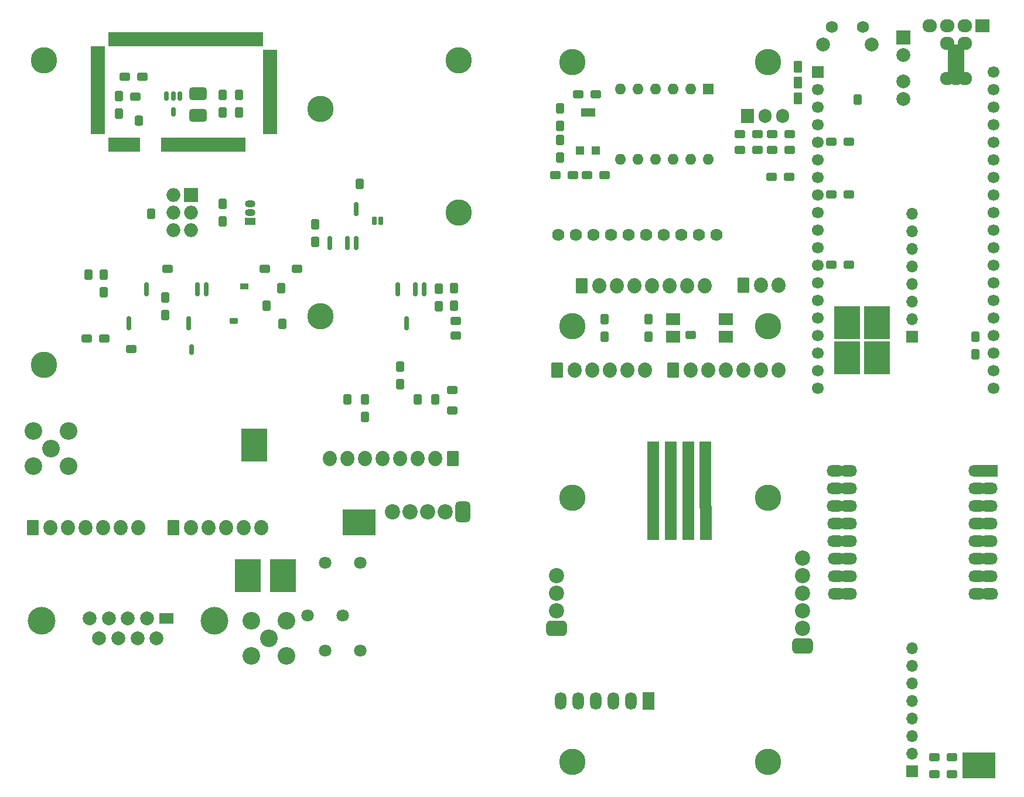
<source format=gbr>
%TF.GenerationSoftware,KiCad,Pcbnew,7.0.1*%
%TF.CreationDate,2023-03-16T09:25:58+01:00*%
%TF.ProjectId,Muons_SIPM_V2,4d756f6e-735f-4534-9950-4d5f56322e6b,rev?*%
%TF.SameCoordinates,PXc54b534PY8c10c98*%
%TF.FileFunction,Soldermask,Top*%
%TF.FilePolarity,Negative*%
%FSLAX46Y46*%
G04 Gerber Fmt 4.6, Leading zero omitted, Abs format (unit mm)*
G04 Created by KiCad (PCBNEW 7.0.1) date 2023-03-16 09:25:58*
%MOMM*%
%LPD*%
G01*
G04 APERTURE LIST*
G04 Aperture macros list*
%AMRoundRect*
0 Rectangle with rounded corners*
0 $1 Rounding radius*
0 $2 $3 $4 $5 $6 $7 $8 $9 X,Y pos of 4 corners*
0 Add a 4 corners polygon primitive as box body*
4,1,4,$2,$3,$4,$5,$6,$7,$8,$9,$2,$3,0*
0 Add four circle primitives for the rounded corners*
1,1,$1+$1,$2,$3*
1,1,$1+$1,$4,$5*
1,1,$1+$1,$6,$7*
1,1,$1+$1,$8,$9*
0 Add four rect primitives between the rounded corners*
20,1,$1+$1,$2,$3,$4,$5,0*
20,1,$1+$1,$4,$5,$6,$7,0*
20,1,$1+$1,$6,$7,$8,$9,0*
20,1,$1+$1,$8,$9,$2,$3,0*%
%AMOutline5P*
0 Free polygon, 5 corners , with rotation*
0 The origin of the aperture is its center*
0 number of corners: always 5*
0 $1 to $10 corner X, Y*
0 $11 Rotation angle, in degrees counterclockwise*
0 create outline with 5 corners*
4,1,5,$1,$2,$3,$4,$5,$6,$7,$8,$9,$10,$1,$2,$11*%
%AMOutline6P*
0 Free polygon, 6 corners , with rotation*
0 The origin of the aperture is its center*
0 number of corners: always 6*
0 $1 to $12 corner X, Y*
0 $13 Rotation angle, in degrees counterclockwise*
0 create outline with 6 corners*
4,1,6,$1,$2,$3,$4,$5,$6,$7,$8,$9,$10,$11,$12,$1,$2,$13*%
%AMOutline7P*
0 Free polygon, 7 corners , with rotation*
0 The origin of the aperture is its center*
0 number of corners: always 7*
0 $1 to $14 corner X, Y*
0 $15 Rotation angle, in degrees counterclockwise*
0 create outline with 7 corners*
4,1,7,$1,$2,$3,$4,$5,$6,$7,$8,$9,$10,$11,$12,$13,$14,$1,$2,$15*%
%AMOutline8P*
0 Free polygon, 8 corners , with rotation*
0 The origin of the aperture is its center*
0 number of corners: always 8*
0 $1 to $16 corner X, Y*
0 $17 Rotation angle, in degrees counterclockwise*
0 create outline with 8 corners*
4,1,8,$1,$2,$3,$4,$5,$6,$7,$8,$9,$10,$11,$12,$13,$14,$15,$16,$1,$2,$17*%
G04 Aperture macros list end*
%ADD10C,0.762000*%
%ADD11C,2.600000*%
%ADD12C,3.800000*%
%ADD13R,2.000000X2.000000*%
%ADD14O,2.000000X2.000000*%
%ADD15RoundRect,0.255319X0.344681X0.627681X-0.344681X0.627681X-0.344681X-0.627681X0.344681X-0.627681X0*%
%ADD16C,4.000000*%
%ADD17R,2.000000X1.600000*%
%ADD18C,2.000000*%
%ADD19C,2.552700*%
%ADD20R,4.750000X3.700000*%
%ADD21R,3.700000X4.750000*%
%ADD22RoundRect,0.255319X-0.494681X0.344681X-0.494681X-0.344681X0.494681X-0.344681X0.494681X0.344681X0*%
%ADD23R,2.008000X12.700000*%
%ADD24R,22.352000X2.008000*%
%ADD25R,4.572000X2.032000*%
%ADD26R,12.192000X2.032000*%
%ADD27R,2.008000X12.192000*%
%ADD28R,2.000000X1.780000*%
%ADD29RoundRect,0.255319X0.494681X-0.344681X0.494681X0.344681X-0.494681X0.344681X-0.494681X-0.344681X0*%
%ADD30R,1.300000X1.300000*%
%ADD31R,2.000000X1.300000*%
%ADD32R,1.500000X1.050000*%
%ADD33O,1.500000X1.050000*%
%ADD34RoundRect,0.255319X-0.344681X-0.494681X0.344681X-0.494681X0.344681X0.494681X-0.344681X0.494681X0*%
%ADD35RoundRect,0.255319X0.344681X0.494681X-0.344681X0.494681X-0.344681X-0.494681X0.344681X-0.494681X0*%
%ADD36RoundRect,0.250000X-0.620000X-0.845000X0.620000X-0.845000X0.620000X0.845000X-0.620000X0.845000X0*%
%ADD37O,2.000000X2.190000*%
%ADD38R,1.600000X1.600000*%
%ADD39O,1.600000X1.600000*%
%ADD40O,2.540000X1.665000*%
%ADD41R,2.540000X1.665000*%
%ADD42C,1.800000*%
%ADD43RoundRect,0.550000X-0.550000X0.950000X-0.550000X-0.950000X0.550000X-0.950000X0.550000X0.950000X0*%
%ADD44C,2.200000*%
%ADD45R,1.789800X9.686800*%
%ADD46R,1.700000X5.000000*%
%ADD47R,1.700000X9.712200*%
%ADD48R,1.662800X9.712200*%
%ADD49RoundRect,0.250000X0.620000X0.845000X-0.620000X0.845000X-0.620000X-0.845000X0.620000X-0.845000X0*%
%ADD50C,1.780000*%
%ADD51R,1.700000X1.700000*%
%ADD52C,1.700000*%
%ADD53RoundRect,0.550000X0.950000X0.550000X-0.950000X0.550000X-0.950000X-0.550000X0.950000X-0.550000X0*%
%ADD54O,1.700000X1.700000*%
%ADD55R,1.905000X2.000000*%
%ADD56O,1.905000X2.000000*%
%ADD57C,1.750000*%
%ADD58R,1.200000X0.900000*%
%ADD59RoundRect,0.250000X0.337500X0.475000X-0.337500X0.475000X-0.337500X-0.475000X0.337500X-0.475000X0*%
%ADD60RoundRect,0.150000X-0.150000X0.825000X-0.150000X-0.825000X0.150000X-0.825000X0.150000X0.825000X0*%
%ADD61RoundRect,0.225000X0.375000X-0.225000X0.375000X0.225000X-0.375000X0.225000X-0.375000X-0.225000X0*%
%ADD62RoundRect,0.090000X-0.210000X0.520000X-0.210000X-0.520000X0.210000X-0.520000X0.210000X0.520000X0*%
%ADD63R,1.665000X2.540000*%
%ADD64O,1.665000X2.540000*%
%ADD65RoundRect,0.150000X0.150000X-0.825000X0.150000X0.825000X-0.150000X0.825000X-0.150000X-0.825000X0*%
%ADD66R,2.100000X1.900000*%
%ADD67O,2.100000X1.900000*%
%ADD68Outline8P,-2.821000X0.711000X-2.347000X1.185000X2.347000X1.185000X2.821000X0.711000X2.821000X-0.711000X2.347000X-1.185000X-2.347000X-1.185000X-2.821000X-0.711000X270.000000*%
%ADD69RoundRect,0.346154X0.903846X-0.553846X0.903846X0.553846X-0.903846X0.553846X-0.903846X-0.553846X0*%
%ADD70RoundRect,0.150000X-0.150000X0.587500X-0.150000X-0.587500X0.150000X-0.587500X0.150000X0.587500X0*%
%ADD71RoundRect,0.150000X0.150000X-0.512500X0.150000X0.512500X-0.150000X0.512500X-0.150000X-0.512500X0*%
G04 APERTURE END LIST*
D10*
X-121777204Y81263200D02*
G75*
G03*
X-121777204Y81263200I-381000J0D01*
G01*
X-121777204Y83803200D02*
G75*
G03*
X-121777204Y83803200I-381000J0D01*
G01*
X-124317204Y86343200D02*
G75*
G03*
X-124317204Y86343200I-381000J0D01*
G01*
X-121777204Y86343200D02*
G75*
G03*
X-121777204Y86343200I-381000J0D01*
G01*
X-124317204Y83803200D02*
G75*
G03*
X-124317204Y83803200I-381000J0D01*
G01*
X-124317204Y81263200D02*
G75*
G03*
X-124317204Y81263200I-381000J0D01*
G01*
D11*
%TO.C,H3*%
X-103429404Y68801200D03*
D12*
X-103429404Y68801200D03*
%TD*%
D13*
%TO.C,J1*%
X-122168204Y86333200D03*
D14*
X-124708204Y86333200D03*
X-122168204Y83793200D03*
X-124708204Y83793200D03*
X-122168204Y81253200D03*
X-124708204Y81253200D03*
%TD*%
D15*
%TO.C,R33*%
X-34417000Y100322275D03*
X-34417000Y102596275D03*
%TD*%
D16*
%TO.C,J3*%
X-118765204Y24817000D03*
D17*
X-125725204Y25117000D03*
D18*
X-128495204Y25117000D03*
X-131265204Y25117000D03*
X-134035204Y25117000D03*
X-136805204Y25117000D03*
X-127110204Y22277000D03*
X-129880204Y22277000D03*
X-132650204Y22277000D03*
X-135420204Y22277000D03*
D16*
X-143765204Y24817000D03*
%TD*%
D11*
%TO.C,H8*%
X-67000000Y67405275D03*
D12*
X-67000000Y67405275D03*
%TD*%
D19*
%TO.C,J2*%
X-142405404Y49638200D03*
X-144945404Y52178200D03*
X-139865404Y52178200D03*
X-144945404Y47098200D03*
X-139865404Y47098200D03*
%TD*%
D20*
%TO.C,TP8*%
X-8237000Y3914475D03*
%TD*%
D11*
%TO.C,H12*%
X-67000000Y4405275D03*
D12*
X-67000000Y4405275D03*
%TD*%
D21*
%TO.C,Cn1*%
X-112990004Y50146200D03*
%TD*%
D11*
%TO.C,H7*%
X-67000000Y105538275D03*
D12*
X-67000000Y105538275D03*
%TD*%
D22*
%TO.C,R29*%
X-66929000Y89249275D03*
X-69469000Y89249275D03*
%TD*%
D23*
%TO.C,B1*%
X-135584004Y101454200D03*
D24*
X-122896004Y108832200D03*
D25*
X-131786004Y93580200D03*
D26*
X-120356004Y93580200D03*
D27*
X-110716004Y101200200D03*
%TD*%
D11*
%TO.C,H4*%
X-103429404Y98801200D03*
D12*
X-103429404Y98801200D03*
%TD*%
D28*
%TO.C,U11*%
X-52451000Y68421275D03*
X-52451000Y65881275D03*
X-44831000Y65881275D03*
X-44831000Y68421275D03*
%TD*%
D22*
%TO.C,C26*%
X-35687001Y88995275D03*
D29*
X-38227001Y88995275D03*
%TD*%
D30*
%TO.C,RV4*%
X-65920000Y92805275D03*
D31*
X-64770000Y98305275D03*
D30*
X-63620000Y92805275D03*
%TD*%
D32*
%TO.C,U5*%
X-113572004Y82502200D03*
D33*
X-113572004Y83772200D03*
X-113572004Y85042200D03*
%TD*%
D29*
%TO.C,R36*%
X-27051000Y86455275D03*
D22*
X-29591000Y86455275D03*
%TD*%
D29*
%TO.C,C21*%
X-40294000Y92852275D03*
X-42834000Y92852275D03*
%TD*%
D20*
%TO.C,TP3*%
X-97839804Y39032800D03*
%TD*%
D34*
%TO.C,R32*%
X-56007000Y65881275D03*
D35*
X-56007000Y68421275D03*
%TD*%
D36*
%TO.C,J6*%
X-124715204Y38279000D03*
D37*
X-122175204Y38279000D03*
X-119635204Y38279000D03*
X-117095204Y38279000D03*
X-114555204Y38279000D03*
X-112015204Y38279000D03*
%TD*%
D11*
%TO.C,H6*%
X-83429404Y105801200D03*
D12*
X-83429404Y105801200D03*
%TD*%
D38*
%TO.C,U9*%
X-47371000Y101695275D03*
D39*
X-49911000Y101695275D03*
X-52451000Y101695275D03*
X-54991000Y101695275D03*
X-57531000Y101695275D03*
X-60071000Y101695275D03*
X-60071000Y91535275D03*
X-57531000Y91535275D03*
X-54991000Y91535275D03*
X-52451000Y91535275D03*
X-49911000Y91535275D03*
X-47371000Y91535275D03*
%TD*%
D11*
%TO.C,H2*%
X-83429404Y83801200D03*
D12*
X-83429404Y83801200D03*
%TD*%
D11*
%TO.C,H10*%
X-38735000Y4405275D03*
D12*
X-38735000Y4405275D03*
%TD*%
D22*
%TO.C,C23*%
X-42834000Y95138275D03*
X-40294000Y95138275D03*
%TD*%
D40*
%TO.C,J15*%
X-6763300Y28662275D03*
X-6800800Y31202275D03*
X-6800800Y33742275D03*
X-8540800Y28662275D03*
X-8540800Y31202275D03*
X-8540800Y33742275D03*
X-27120800Y28662275D03*
X-27120800Y31202275D03*
X-27120800Y33742275D03*
X-27120800Y36282275D03*
X-27120800Y38822275D03*
X-27120800Y41362275D03*
X-27120800Y46442275D03*
X-28860800Y28662275D03*
X-28860800Y31202275D03*
X-28860800Y33742275D03*
X-28898300Y36282275D03*
X-28935800Y38822275D03*
X-28973300Y41362275D03*
X-29048300Y46442275D03*
X-27120800Y43902275D03*
X-29010800Y43902275D03*
D41*
X-6800800Y46442275D03*
D40*
X-8540800Y46442275D03*
X-6800800Y36282275D03*
X-8540800Y36282275D03*
X-6800800Y38822275D03*
X-8540800Y38822275D03*
X-6800800Y41362275D03*
X-8540800Y41362275D03*
X-6800800Y43902275D03*
X-8540800Y43902275D03*
%TD*%
D35*
%TO.C,R31*%
X-68834000Y94329274D03*
D34*
X-68834000Y91789274D03*
%TD*%
D15*
%TO.C,R34*%
X-34417000Y102608274D03*
X-34417000Y104882274D03*
%TD*%
D34*
%TO.C,C20*%
X-68834000Y98901276D03*
D35*
X-68834000Y96361276D03*
%TD*%
D42*
%TO.C,RV2*%
X-102744204Y33199000D03*
X-105284204Y25579000D03*
X-102744204Y20499000D03*
%TD*%
D43*
%TO.C,U6*%
X-82853804Y40556800D03*
D44*
X-85393804Y40556800D03*
X-87933804Y40556800D03*
X-90473804Y40556800D03*
X-93013804Y40556800D03*
%TD*%
D36*
%TO.C,J5*%
X-145035204Y38279000D03*
D37*
X-142495204Y38279000D03*
X-139955204Y38279000D03*
X-137415204Y38279000D03*
X-134875204Y38279000D03*
X-132335204Y38279000D03*
X-129795204Y38279000D03*
%TD*%
D42*
%TO.C,RV1*%
X-97664204Y33199000D03*
X-100204204Y25579000D03*
X-97664204Y20499000D03*
%TD*%
D45*
%TO.C,J14*%
X-47778900Y45857875D03*
D46*
X-47734000Y38942475D03*
D47*
X-50274000Y45870575D03*
D46*
X-50274000Y38942475D03*
D48*
X-52795400Y45870575D03*
D46*
X-52814000Y38942475D03*
D48*
X-55335400Y45870575D03*
D46*
X-55354000Y38942475D03*
%TD*%
D11*
%TO.C,H14*%
X-38735000Y105538275D03*
D12*
X-38735000Y105538275D03*
%TD*%
D22*
%TO.C,C24*%
X-38135000Y92852275D03*
X-35595000Y92852275D03*
%TD*%
D19*
%TO.C,J4*%
X-110872204Y22206400D03*
X-108332204Y24746400D03*
X-108332204Y19666400D03*
X-113412204Y24746400D03*
X-113412204Y19666400D03*
%TD*%
D21*
%TO.C,TP7*%
X-27305000Y62833275D03*
%TD*%
%TO.C,TP4*%
X-22987000Y67913275D03*
%TD*%
D11*
%TO.C,H5*%
X-143429404Y105801200D03*
D12*
X-143429404Y105801200D03*
%TD*%
D49*
%TO.C,J7*%
X-84290204Y48263000D03*
D37*
X-86830204Y48263000D03*
X-89370204Y48263000D03*
X-91910204Y48263000D03*
X-94450204Y48263000D03*
X-96990204Y48263000D03*
X-99530204Y48263000D03*
X-102070204Y48263000D03*
%TD*%
D29*
%TO.C,R30*%
X-66167000Y100933275D03*
X-63627000Y100933275D03*
%TD*%
D21*
%TO.C,TP2*%
X-113920204Y31294000D03*
%TD*%
D50*
%TO.C,U10*%
X-69088000Y80613275D03*
X-66548000Y80613275D03*
X-64008000Y80613275D03*
X-61468000Y80613275D03*
X-58928000Y80613275D03*
X-56388000Y80613275D03*
X-53848000Y80613275D03*
X-51308000Y80613275D03*
X-48768000Y80613275D03*
X-46228000Y80613275D03*
%TD*%
D29*
%TO.C,R35*%
X-27051000Y94075275D03*
D22*
X-29591000Y94075275D03*
%TD*%
D29*
%TO.C,C25*%
X-35595000Y95138275D03*
X-38135000Y95138275D03*
%TD*%
D21*
%TO.C,TP5*%
X-27305000Y67913275D03*
%TD*%
D51*
%TO.C,M2*%
X-31531000Y104132275D03*
D52*
X-31531000Y101592275D03*
X-31531000Y99052275D03*
X-31531000Y96512275D03*
X-31531000Y93972275D03*
X-31531000Y91432275D03*
X-31531000Y88892275D03*
X-31531000Y86352275D03*
X-31531000Y83812275D03*
X-31531000Y81272275D03*
X-31531000Y78732275D03*
X-31531000Y76192275D03*
X-31531000Y73652275D03*
X-31531000Y71112275D03*
X-31531000Y68572275D03*
X-31531000Y66032275D03*
X-31531000Y63492275D03*
X-31531000Y60952275D03*
X-31531000Y58412275D03*
X-6131000Y58412275D03*
X-6131000Y60952275D03*
X-6131000Y63492275D03*
X-6131000Y66032275D03*
X-6131000Y68572275D03*
X-6131000Y71112275D03*
X-6131000Y73652275D03*
X-6131000Y76192275D03*
X-6131000Y78732275D03*
X-6131000Y81272275D03*
X-6131000Y83812275D03*
X-6131000Y86352275D03*
X-6131000Y88892275D03*
X-6131000Y91432275D03*
X-6131000Y93972275D03*
X-6131000Y96512275D03*
X-6131000Y99052275D03*
X-6131000Y101592275D03*
X-6131000Y104132275D03*
%TD*%
D11*
%TO.C,H9*%
X-38735000Y67405275D03*
D12*
X-38735000Y67405275D03*
%TD*%
D29*
%TO.C,C19*%
X-64897000Y89249275D03*
X-62357000Y89249275D03*
%TD*%
D21*
%TO.C,TP1*%
X-108840204Y31294000D03*
%TD*%
D29*
%TO.C,R38*%
X-27051000Y76295275D03*
D22*
X-29591000Y76295275D03*
%TD*%
D34*
%TO.C,R37*%
X-8763000Y63341276D03*
D35*
X-8763000Y65881276D03*
%TD*%
D11*
%TO.C,H11*%
X-67000000Y42538275D03*
D12*
X-67000000Y42538275D03*
%TD*%
D11*
%TO.C,H13*%
X-38735000Y42538275D03*
D12*
X-38735000Y42538275D03*
%TD*%
D21*
%TO.C,TP6*%
X-22987000Y62833275D03*
%TD*%
D34*
%TO.C,R28*%
X-62357000Y68421275D03*
D35*
X-62357000Y65881275D03*
%TD*%
D11*
%TO.C,H1*%
X-143429404Y61801200D03*
D12*
X-143429404Y61801200D03*
%TD*%
D53*
%TO.C,M1*%
X-33764000Y21186475D03*
D44*
X-33764000Y23726475D03*
X-33764000Y26266475D03*
X-33764000Y28806475D03*
X-33764000Y31346475D03*
X-33764000Y33886475D03*
X-69324000Y31346475D03*
X-69324000Y28806475D03*
X-69324000Y26266475D03*
D53*
X-69324000Y23726475D03*
%TD*%
D51*
%TO.C,J12*%
X-17889000Y3025475D03*
D54*
X-17889000Y5565475D03*
X-17889000Y8105475D03*
X-17889000Y10645475D03*
X-17889000Y13185475D03*
X-17889000Y15725475D03*
X-17889000Y18265475D03*
X-17889000Y20805475D03*
%TD*%
D22*
%TO.C,R22*%
X-83895569Y65992200D03*
%TD*%
D34*
%TO.C,R25*%
X-97752204Y87903901D03*
%TD*%
D55*
%TO.C,U12*%
X-41732200Y97805275D03*
D56*
X-36652200Y97805275D03*
X-39192200Y97805275D03*
%TD*%
D29*
%TO.C,R8*%
X-125565204Y75644200D03*
%TD*%
%TO.C,R13*%
X-106820004Y75644200D03*
%TD*%
D18*
%TO.C,SW1*%
X-30758004Y108122400D03*
X-23748004Y108122400D03*
D57*
X-29498004Y110612400D03*
X-24998004Y110612400D03*
%TD*%
D34*
%TO.C,R21*%
X-96990204Y54257400D03*
X-96990204Y56797400D03*
%TD*%
D29*
%TO.C,C9*%
X-129195204Y103474400D03*
X-131735204Y103474400D03*
%TD*%
%TO.C,R17*%
X-130772204Y64061800D03*
%TD*%
D35*
%TO.C,R27*%
X-86830204Y56797400D03*
%TD*%
%TO.C,C2*%
X-127902004Y83590500D03*
%TD*%
D58*
%TO.C,D2*%
X-114422004Y73121000D03*
%TD*%
D36*
%TO.C,J10*%
X-69215000Y61055275D03*
D37*
X-66675000Y61055275D03*
X-64135000Y61055275D03*
X-61595000Y61055275D03*
X-59055000Y61055275D03*
X-56515000Y61055275D03*
%TD*%
D35*
%TO.C,R24*%
X-89370204Y56797400D03*
%TD*%
D59*
%TO.C,L1*%
X-129703204Y97073600D03*
%TD*%
D35*
%TO.C,R16*%
X-108961004Y67672200D03*
%TD*%
%TO.C,R4*%
X-136995204Y74831400D03*
%TD*%
D60*
%TO.C,U4*%
X-121196404Y72739000D03*
X-119926404Y72739000D03*
X-122466404Y67789000D03*
%TD*%
D34*
%TO.C,C5*%
X-125870004Y68989400D03*
X-125870004Y71529400D03*
%TD*%
D36*
%TO.C,J8*%
X-65659001Y73247275D03*
D37*
X-63119001Y73247275D03*
X-60579001Y73247275D03*
X-58039001Y73247275D03*
X-55499001Y73247275D03*
X-52959001Y73247275D03*
X-50419001Y73247275D03*
X-47879001Y73247275D03*
%TD*%
D22*
%TO.C,R6*%
X-137249204Y65611200D03*
X-134709204Y65611200D03*
%TD*%
D34*
%TO.C,R26*%
X-84112404Y70310200D03*
X-84112404Y72850200D03*
%TD*%
D13*
%TO.C,Led1*%
X-19207000Y109075275D03*
D18*
X-19207000Y106535275D03*
X-19207000Y100185275D03*
X-19207000Y102725275D03*
%TD*%
D34*
%TO.C,R7*%
X-111247004Y70361000D03*
%TD*%
%TO.C,C6*%
X-132598804Y98140400D03*
X-132598804Y100680400D03*
%TD*%
D22*
%TO.C,R1*%
X-130211204Y100578800D03*
%TD*%
D35*
%TO.C,C11*%
X-115174404Y100811300D03*
X-115174404Y98271300D03*
%TD*%
%TO.C,R23*%
X-91910204Y61521801D03*
X-91910204Y58981801D03*
%TD*%
D22*
%TO.C,C22*%
X-49911000Y66135275D03*
%TD*%
%TO.C,C16*%
X-83909203Y68151200D03*
%TD*%
D29*
%TO.C,C15*%
X-84417204Y55197200D03*
%TD*%
D61*
%TO.C,D3*%
X-115946004Y68129400D03*
%TD*%
D36*
%TO.C,J9*%
X-42291000Y73267275D03*
D37*
X-39751000Y73267275D03*
X-37211000Y73267275D03*
%TD*%
D29*
%TO.C,C17*%
X-12174000Y5057475D03*
X-14714000Y5057475D03*
%TD*%
D60*
%TO.C,U3*%
X-128562404Y72739000D03*
X-131102404Y67789000D03*
%TD*%
D62*
%TO.C,U8*%
X-95654205Y82629200D03*
X-94704205Y82629200D03*
%TD*%
D51*
%TO.C,J13*%
X-17907000Y65881275D03*
D54*
X-17907000Y68421275D03*
X-17907000Y70961275D03*
X-17907000Y73501275D03*
X-17907000Y76041275D03*
X-17907000Y78581275D03*
X-17907000Y81121275D03*
X-17907000Y83661275D03*
%TD*%
D63*
%TO.C,IC1*%
X-55989000Y13204475D03*
D64*
X-58529000Y13204475D03*
X-61069000Y13204475D03*
X-63609000Y13204475D03*
X-66149000Y13204475D03*
X-68689000Y13204475D03*
%TD*%
D36*
%TO.C,J11*%
X-52451000Y61055275D03*
D37*
X-49911000Y61055275D03*
X-47371000Y61055275D03*
X-44831000Y61055275D03*
X-42291000Y61055275D03*
X-39751000Y61055275D03*
X-37211000Y61055275D03*
%TD*%
D34*
%TO.C,C7*%
X-134760004Y72291400D03*
X-134760004Y74831400D03*
%TD*%
D35*
%TO.C,C10*%
X-117612804Y100782000D03*
X-117612804Y98242000D03*
%TD*%
%TO.C,R12*%
X-109088004Y72904600D03*
%TD*%
D65*
%TO.C,U7*%
X-98241404Y79371401D03*
X-99511404Y79371401D03*
X-102051404Y79371401D03*
X-98241404Y84321401D03*
%TD*%
D35*
%TO.C,R40*%
X-25781000Y100171275D03*
%TD*%
D66*
%TO.C,SW2*%
X-7782000Y110839275D03*
D67*
X-10322000Y110839275D03*
X-12862000Y110839275D03*
X-15402000Y110839275D03*
X-12862000Y108299275D03*
X-12862000Y103219275D03*
D68*
X-11607000Y105278275D03*
D67*
X-11592000Y103219275D03*
X-10322000Y108299275D03*
X-10322000Y103219275D03*
%TD*%
D29*
%TO.C,C14*%
X-84417204Y58118200D03*
%TD*%
D69*
%TO.C,L2*%
X-121110203Y97868600D03*
X-121110203Y100968600D03*
%TD*%
D60*
%TO.C,U2*%
X-92291204Y72720200D03*
X-89751204Y72720200D03*
X-88481204Y72720200D03*
X-91021204Y67770200D03*
%TD*%
D34*
%TO.C,C3*%
X-86322204Y70288700D03*
X-86322204Y72828700D03*
%TD*%
%TO.C,R19*%
X-99530204Y56797400D03*
%TD*%
D22*
%TO.C,C18*%
X-14714001Y2644475D03*
X-12174001Y2644475D03*
%TD*%
D29*
%TO.C,R14*%
X-111493604Y75644200D03*
%TD*%
D70*
%TO.C,Q2*%
X-122092003Y64004400D03*
%TD*%
D35*
%TO.C,C1*%
X-117589604Y85071500D03*
X-117589604Y82531500D03*
%TD*%
D71*
%TO.C,U1*%
X-124720203Y98351100D03*
X-125670203Y100626100D03*
X-124720203Y100626100D03*
X-123770203Y100626100D03*
%TD*%
D35*
%TO.C,C8*%
X-104229204Y82121200D03*
X-104229204Y79581200D03*
%TD*%
M02*

</source>
